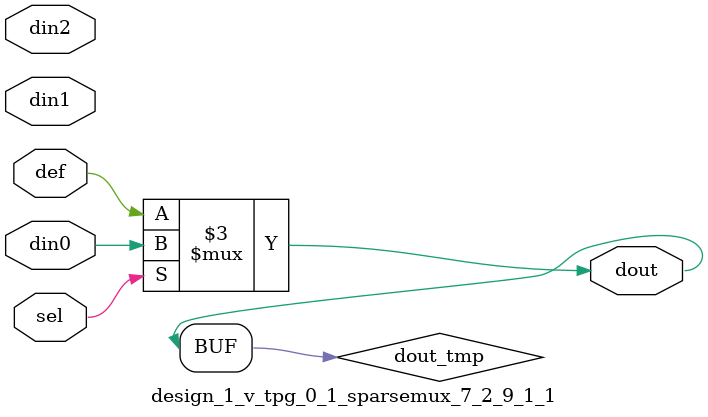
<source format=v>
`timescale 1ns / 1ps

module design_1_v_tpg_0_1_sparsemux_7_2_9_1_1 (din0,din1,din2,def,sel,dout);

parameter din0_WIDTH = 1;

parameter din1_WIDTH = 1;

parameter din2_WIDTH = 1;

parameter def_WIDTH = 1;
parameter sel_WIDTH = 1;
parameter dout_WIDTH = 1;

parameter [sel_WIDTH-1:0] CASE0 = 1;

parameter [sel_WIDTH-1:0] CASE1 = 1;

parameter [sel_WIDTH-1:0] CASE2 = 1;

parameter ID = 1;
parameter NUM_STAGE = 1;



input [din0_WIDTH-1:0] din0;

input [din1_WIDTH-1:0] din1;

input [din2_WIDTH-1:0] din2;

input [def_WIDTH-1:0] def;
input [sel_WIDTH-1:0] sel;

output [dout_WIDTH-1:0] dout;



reg [dout_WIDTH-1:0] dout_tmp;


always @ (*) begin
(* parallel_case *) case (sel)
    
    CASE0 : dout_tmp = din0;
    
    CASE1 : dout_tmp = din1;
    
    CASE2 : dout_tmp = din2;
    
    default : dout_tmp = def;
endcase
end


assign dout = dout_tmp;



endmodule

</source>
